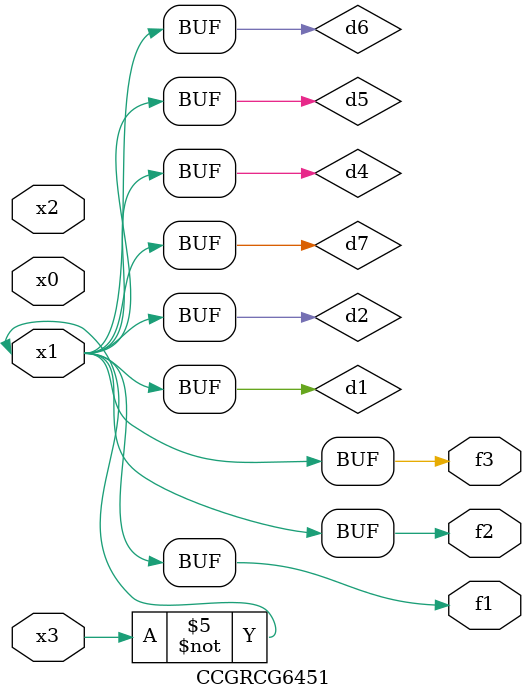
<source format=v>
module CCGRCG6451(
	input x0, x1, x2, x3,
	output f1, f2, f3
);

	wire d1, d2, d3, d4, d5, d6, d7;

	not (d1, x3);
	buf (d2, x1);
	xnor (d3, d1, d2);
	nor (d4, d1);
	buf (d5, d1, d2);
	buf (d6, d4, d5);
	nand (d7, d4);
	assign f1 = d6;
	assign f2 = d7;
	assign f3 = d6;
endmodule

</source>
